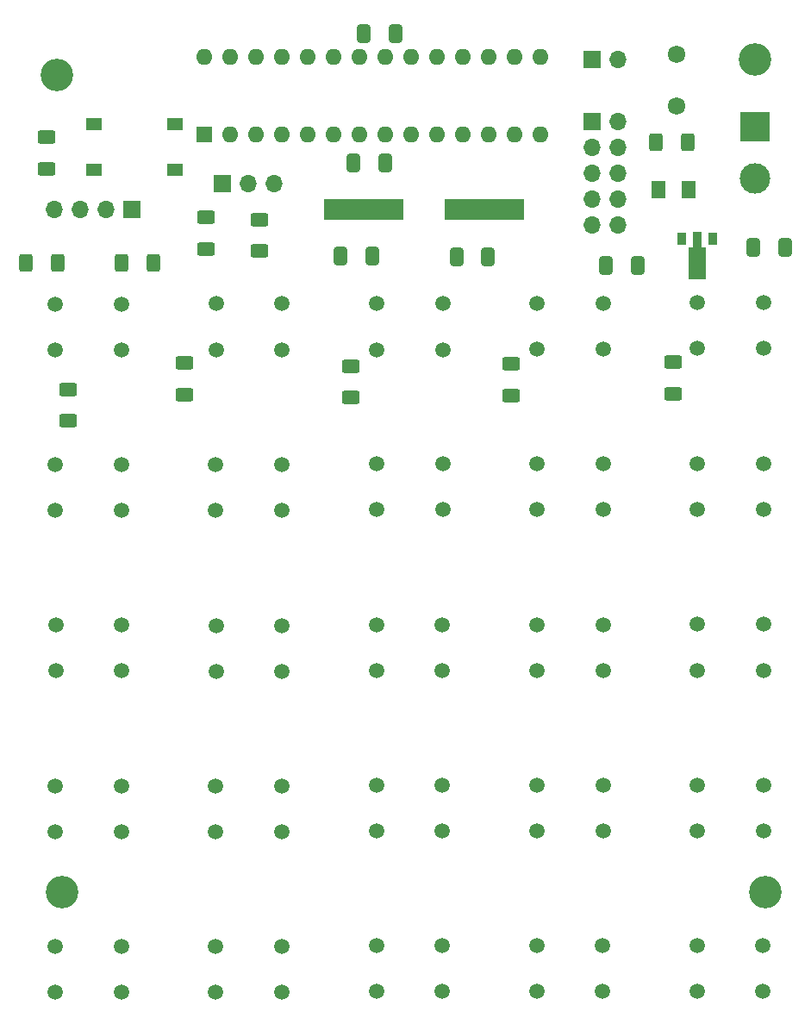
<source format=gbr>
%TF.GenerationSoftware,KiCad,Pcbnew,(6.0.1)*%
%TF.CreationDate,2023-04-26T14:09:52-06:00*%
%TF.ProjectId,Device_Design,44657669-6365-45f4-9465-7369676e2e6b,02*%
%TF.SameCoordinates,Original*%
%TF.FileFunction,Soldermask,Top*%
%TF.FilePolarity,Negative*%
%FSLAX46Y46*%
G04 Gerber Fmt 4.6, Leading zero omitted, Abs format (unit mm)*
G04 Created by KiCad (PCBNEW (6.0.1)) date 2023-04-26 14:09:52*
%MOMM*%
%LPD*%
G01*
G04 APERTURE LIST*
G04 Aperture macros list*
%AMRoundRect*
0 Rectangle with rounded corners*
0 $1 Rounding radius*
0 $2 $3 $4 $5 $6 $7 $8 $9 X,Y pos of 4 corners*
0 Add a 4 corners polygon primitive as box body*
4,1,4,$2,$3,$4,$5,$6,$7,$8,$9,$2,$3,0*
0 Add four circle primitives for the rounded corners*
1,1,$1+$1,$2,$3*
1,1,$1+$1,$4,$5*
1,1,$1+$1,$6,$7*
1,1,$1+$1,$8,$9*
0 Add four rect primitives between the rounded corners*
20,1,$1+$1,$2,$3,$4,$5,0*
20,1,$1+$1,$4,$5,$6,$7,0*
20,1,$1+$1,$6,$7,$8,$9,0*
20,1,$1+$1,$8,$9,$2,$3,0*%
%AMFreePoly0*
4,1,9,3.862500,-0.866500,0.737500,-0.866500,0.737500,-0.450000,-0.737500,-0.450000,-0.737500,0.450000,0.737500,0.450000,0.737500,0.866500,3.862500,0.866500,3.862500,-0.866500,3.862500,-0.866500,$1*%
G04 Aperture macros list end*
%ADD10C,1.507998*%
%ADD11RoundRect,0.250000X-0.625000X0.400000X-0.625000X-0.400000X0.625000X-0.400000X0.625000X0.400000X0*%
%ADD12R,0.900000X1.300000*%
%ADD13FreePoly0,270.000000*%
%ADD14RoundRect,0.250001X0.462499X0.624999X-0.462499X0.624999X-0.462499X-0.624999X0.462499X-0.624999X0*%
%ADD15R,1.550000X1.300000*%
%ADD16R,1.700000X1.700000*%
%ADD17O,1.700000X1.700000*%
%ADD18RoundRect,0.250000X-0.400000X-0.625000X0.400000X-0.625000X0.400000X0.625000X-0.400000X0.625000X0*%
%ADD19RoundRect,0.250000X0.625000X-0.400000X0.625000X0.400000X-0.625000X0.400000X-0.625000X-0.400000X0*%
%ADD20C,1.724000*%
%ADD21RoundRect,0.250000X-0.412500X-0.650000X0.412500X-0.650000X0.412500X0.650000X-0.412500X0.650000X0*%
%ADD22RoundRect,0.250000X0.412500X0.650000X-0.412500X0.650000X-0.412500X-0.650000X0.412500X-0.650000X0*%
%ADD23RoundRect,0.250000X0.400000X0.625000X-0.400000X0.625000X-0.400000X-0.625000X0.400000X-0.625000X0*%
%ADD24R,3.000000X3.000000*%
%ADD25C,3.000000*%
%ADD26C,3.200000*%
%ADD27R,1.600000X1.600000*%
%ADD28O,1.600000X1.600000*%
%ADD29R,7.875000X2.000000*%
G04 APERTURE END LIST*
D10*
%TO.C,SW27*%
X156269996Y-152096006D03*
X149769994Y-152096006D03*
X149769994Y-156596007D03*
X156269996Y-156596007D03*
%TD*%
%TO.C,SW26*%
X156299998Y-136314005D03*
X149799996Y-136314005D03*
X149799996Y-140814006D03*
X156299998Y-140814006D03*
%TD*%
%TO.C,SW25*%
X156330000Y-120532004D03*
X149829998Y-120532004D03*
X149829998Y-125032005D03*
X156330000Y-125032005D03*
%TD*%
%TO.C,SW24*%
X156299998Y-104750003D03*
X149799996Y-104750003D03*
X149799996Y-109250004D03*
X156299998Y-109250004D03*
%TD*%
%TO.C,SW23*%
X156330000Y-88934001D03*
X149829998Y-88934001D03*
X149829998Y-93434002D03*
X156330000Y-93434002D03*
%TD*%
%TO.C,SW22*%
X140521996Y-152096006D03*
X134021994Y-152096006D03*
X134021994Y-156596007D03*
X140521996Y-156596007D03*
%TD*%
%TO.C,SW21*%
X140551998Y-136314005D03*
X134051996Y-136314005D03*
X134051996Y-140814006D03*
X140551998Y-140814006D03*
%TD*%
%TO.C,SW20*%
X140582000Y-120566005D03*
X134081998Y-120566005D03*
X134081998Y-125066006D03*
X140582000Y-125066006D03*
%TD*%
%TO.C,SW19*%
X140582000Y-104716002D03*
X134081998Y-104716002D03*
X134081998Y-109216003D03*
X140582000Y-109216003D03*
%TD*%
%TO.C,SW18*%
X140551998Y-88968002D03*
X134051996Y-88968002D03*
X134051996Y-93468003D03*
X140551998Y-93468003D03*
%TD*%
%TO.C,SW17*%
X124773996Y-152096006D03*
X118273994Y-152096006D03*
X118273994Y-156596007D03*
X124773996Y-156596007D03*
%TD*%
%TO.C,SW16*%
X124773996Y-136348006D03*
X118273994Y-136348006D03*
X118273994Y-140848007D03*
X124773996Y-140848007D03*
%TD*%
%TO.C,SW15*%
X124773996Y-120600006D03*
X118273994Y-120600006D03*
X118273994Y-125100007D03*
X124773996Y-125100007D03*
%TD*%
%TO.C,SW14*%
X124803998Y-104750003D03*
X118303996Y-104750003D03*
X118303996Y-109250004D03*
X124803998Y-109250004D03*
%TD*%
%TO.C,SW13*%
X124803998Y-89036004D03*
X118303996Y-89036004D03*
X118303996Y-93536005D03*
X124803998Y-93536005D03*
%TD*%
%TO.C,SW12*%
X108995994Y-152130007D03*
X102495992Y-152130007D03*
X102495992Y-156630008D03*
X108995994Y-156630008D03*
%TD*%
%TO.C,SW11*%
X108995994Y-136382007D03*
X102495992Y-136382007D03*
X102495992Y-140882008D03*
X108995994Y-140882008D03*
%TD*%
%TO.C,SW10*%
X109025996Y-120634007D03*
X102525994Y-120634007D03*
X102525994Y-125134008D03*
X109025996Y-125134008D03*
%TD*%
%TO.C,SW9*%
X108995994Y-104818005D03*
X102495992Y-104818005D03*
X102495992Y-109318006D03*
X108995994Y-109318006D03*
%TD*%
%TO.C,SW8*%
X109025996Y-89036004D03*
X102525994Y-89036004D03*
X102525994Y-93536005D03*
X109025996Y-93536005D03*
%TD*%
%TO.C,SW7*%
X93247994Y-152130007D03*
X86747992Y-152130007D03*
X86747992Y-156630008D03*
X93247994Y-156630008D03*
%TD*%
%TO.C,SW6*%
X93247994Y-136382007D03*
X86747992Y-136382007D03*
X86747992Y-140882008D03*
X93247994Y-140882008D03*
%TD*%
%TO.C,SW5*%
X93277996Y-120600006D03*
X86777994Y-120600006D03*
X86777994Y-125100007D03*
X93277996Y-125100007D03*
%TD*%
%TO.C,SW4*%
X93247994Y-104818005D03*
X86747992Y-104818005D03*
X86747992Y-109318006D03*
X93247994Y-109318006D03*
%TD*%
%TO.C,SW3*%
X93247994Y-89070005D03*
X86747992Y-89070005D03*
X86747992Y-93570006D03*
X93247994Y-93570006D03*
%TD*%
D11*
%TO.C,R11*%
X147400000Y-94750000D03*
X147400000Y-97850000D03*
%TD*%
%TO.C,R10*%
X131500000Y-98050000D03*
X131500000Y-94950000D03*
%TD*%
%TO.C,R9*%
X115800000Y-95150000D03*
X115800000Y-98250000D03*
%TD*%
%TO.C,R8*%
X99400000Y-94850000D03*
X99400000Y-97950000D03*
%TD*%
%TO.C,R7*%
X88000000Y-97450000D03*
X88000000Y-100550000D03*
%TD*%
D12*
%TO.C,U2*%
X151300000Y-82650000D03*
D13*
X149800000Y-82737500D03*
D12*
X148300000Y-82650000D03*
%TD*%
D14*
%TO.C,D1*%
X148987500Y-77800000D03*
X146012500Y-77800000D03*
%TD*%
D15*
%TO.C,SW2*%
X98468000Y-75910000D03*
X90508000Y-75910000D03*
X90508000Y-71410000D03*
X98468000Y-71410000D03*
%TD*%
D16*
%TO.C,J5*%
X103139000Y-77216000D03*
D17*
X105679000Y-77216000D03*
X108219000Y-77216000D03*
%TD*%
D18*
%TO.C,R2*%
X83850000Y-85000000D03*
X86950000Y-85000000D03*
%TD*%
D19*
%TO.C,R6*%
X101500000Y-83650000D03*
X101500000Y-80550000D03*
%TD*%
D20*
%TO.C,SW1*%
X147803000Y-69596000D03*
X147803000Y-64516000D03*
%TD*%
D21*
%TO.C,C6*%
X117065500Y-62484000D03*
X120190500Y-62484000D03*
%TD*%
D22*
%TO.C,C5*%
X143962500Y-85300000D03*
X140837500Y-85300000D03*
%TD*%
D16*
%TO.C,J4*%
X139441000Y-65024000D03*
D17*
X141981000Y-65024000D03*
%TD*%
D23*
%TO.C,R4*%
X96350000Y-85000000D03*
X93250000Y-85000000D03*
%TD*%
D16*
%TO.C,J3*%
X139441000Y-71125000D03*
D17*
X141981000Y-71125000D03*
X139441000Y-73665000D03*
X141981000Y-73665000D03*
X139441000Y-76205000D03*
X141981000Y-76205000D03*
X139441000Y-78745000D03*
X141981000Y-78745000D03*
X139441000Y-81285000D03*
X141981000Y-81285000D03*
%TD*%
D22*
%TO.C,C3*%
X129262500Y-84400000D03*
X126137500Y-84400000D03*
%TD*%
D24*
%TO.C,J2*%
X155448000Y-71628000D03*
D25*
X155448000Y-76708000D03*
%TD*%
D11*
%TO.C,R3*%
X85900000Y-72650000D03*
X85900000Y-75750000D03*
%TD*%
D19*
%TO.C,R5*%
X106800000Y-83850000D03*
X106800000Y-80750000D03*
%TD*%
D26*
%TO.C,REF\u002A\u002A*%
X156464000Y-146812000D03*
%TD*%
D22*
%TO.C,C2*%
X114769500Y-84328000D03*
X117894500Y-84328000D03*
%TD*%
D23*
%TO.C,R1*%
X148870000Y-73152000D03*
X145770000Y-73152000D03*
%TD*%
D26*
%TO.C,REF\u002A\u002A*%
X155448000Y-65024000D03*
%TD*%
D22*
%TO.C,C4*%
X119174500Y-75184000D03*
X116049500Y-75184000D03*
%TD*%
D26*
%TO.C,REF\u002A\u002A*%
X86868000Y-66548000D03*
%TD*%
D27*
%TO.C,U1*%
X101356000Y-72380000D03*
D28*
X103896000Y-72380000D03*
X106436000Y-72380000D03*
X108976000Y-72380000D03*
X111516000Y-72380000D03*
X114056000Y-72380000D03*
X116596000Y-72380000D03*
X119136000Y-72380000D03*
X121676000Y-72380000D03*
X124216000Y-72380000D03*
X126756000Y-72380000D03*
X129296000Y-72380000D03*
X131836000Y-72380000D03*
X134376000Y-72380000D03*
X134376000Y-64760000D03*
X131836000Y-64760000D03*
X129296000Y-64760000D03*
X126756000Y-64760000D03*
X124216000Y-64760000D03*
X121676000Y-64760000D03*
X119136000Y-64760000D03*
X116596000Y-64760000D03*
X114056000Y-64760000D03*
X111516000Y-64760000D03*
X108976000Y-64760000D03*
X106436000Y-64760000D03*
X103896000Y-64760000D03*
X101356000Y-64760000D03*
%TD*%
D26*
%TO.C,REF\u002A\u002A*%
X87376000Y-146812000D03*
%TD*%
D16*
%TO.C,J1*%
X94224000Y-79756000D03*
D17*
X91684000Y-79756000D03*
X89144000Y-79756000D03*
X86604000Y-79756000D03*
%TD*%
D21*
%TO.C,C1*%
X155337500Y-83500000D03*
X158462500Y-83500000D03*
%TD*%
D29*
%TO.C,Y1*%
X128873500Y-79756000D03*
X116998500Y-79756000D03*
%TD*%
M02*

</source>
